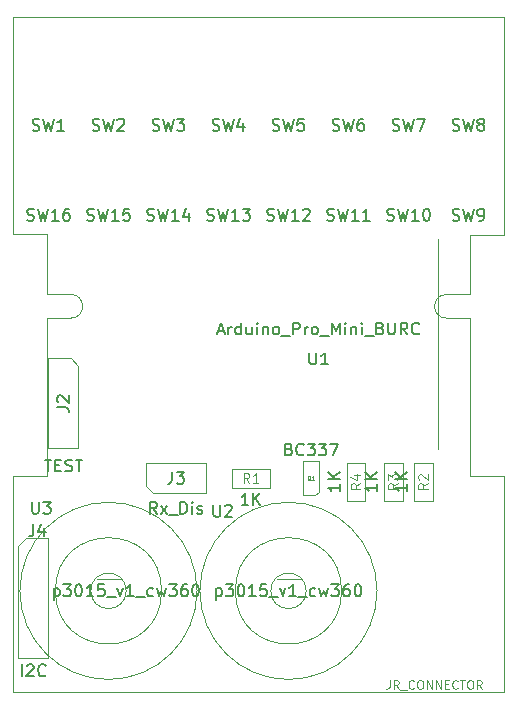
<source format=gbr>
%TF.GenerationSoftware,KiCad,Pcbnew,(6.0.7)*%
%TF.CreationDate,2022-08-14T18:42:22+02:00*%
%TF.ProjectId,BURC_Encoder_JRFormat,42555243-5f45-46e6-936f-6465725f4a52,v1.0*%
%TF.SameCoordinates,Original*%
%TF.FileFunction,AssemblyDrawing,Top*%
%FSLAX46Y46*%
G04 Gerber Fmt 4.6, Leading zero omitted, Abs format (unit mm)*
G04 Created by KiCad (PCBNEW (6.0.7)) date 2022-08-14 18:42:22*
%MOMM*%
%LPD*%
G01*
G04 APERTURE LIST*
%ADD10C,0.100000*%
%ADD11C,0.150000*%
%ADD12C,0.081280*%
%ADD13C,0.120000*%
%ADD14C,0.050000*%
G04 APERTURE END LIST*
D10*
X166500000Y-102000000D02*
X166500000Y-115400000D01*
X132700000Y-102000000D02*
X130700000Y-102000000D01*
X164500000Y-100000000D02*
G75*
G03*
X164500000Y-102000000I0J-1000000D01*
G01*
X166500000Y-95000000D02*
X169400000Y-95000000D01*
X169400000Y-133700000D02*
X169400000Y-115400000D01*
X127800000Y-76500000D02*
X127800000Y-94900000D01*
X132700000Y-102000000D02*
G75*
G03*
X132700000Y-100000000I0J1000000D01*
G01*
X169400000Y-95000000D02*
X169400000Y-76500000D01*
X130700000Y-94900000D02*
X127800000Y-94900000D01*
X130700000Y-115400000D02*
X127800000Y-115400000D01*
X130700000Y-100000000D02*
X130700000Y-94900000D01*
X130700000Y-115400000D02*
X130700000Y-102000000D01*
X166500000Y-102000000D02*
X164500000Y-102000000D01*
X169400000Y-76500000D02*
X127800000Y-76500000D01*
X169400000Y-115400000D02*
X166500000Y-115400000D01*
X166500000Y-100000000D02*
X164500000Y-100000000D01*
X166500000Y-95000000D02*
X166500000Y-100000000D01*
X132700000Y-100000000D02*
X130700000Y-100000000D01*
X127800000Y-133700000D02*
X169400000Y-133700000D01*
X127800000Y-115400000D02*
X127800000Y-133700000D01*
D11*
%TO.C,J4*%
X128563809Y-132322380D02*
X128563809Y-131322380D01*
X128992380Y-131417619D02*
X129040000Y-131370000D01*
X129135238Y-131322380D01*
X129373333Y-131322380D01*
X129468571Y-131370000D01*
X129516190Y-131417619D01*
X129563809Y-131512857D01*
X129563809Y-131608095D01*
X129516190Y-131750952D01*
X128944761Y-132322380D01*
X129563809Y-132322380D01*
X130563809Y-132227142D02*
X130516190Y-132274761D01*
X130373333Y-132322380D01*
X130278095Y-132322380D01*
X130135238Y-132274761D01*
X130040000Y-132179523D01*
X129992380Y-132084285D01*
X129944761Y-131893809D01*
X129944761Y-131750952D01*
X129992380Y-131560476D01*
X130040000Y-131465238D01*
X130135238Y-131370000D01*
X130278095Y-131322380D01*
X130373333Y-131322380D01*
X130516190Y-131370000D01*
X130563809Y-131417619D01*
X129524166Y-119467380D02*
X129524166Y-120181666D01*
X129476547Y-120324523D01*
X129381309Y-120419761D01*
X129238452Y-120467380D01*
X129143214Y-120467380D01*
X130428928Y-119800714D02*
X130428928Y-120467380D01*
X130190833Y-119419761D02*
X129952738Y-120134047D01*
X130571785Y-120134047D01*
%TO.C,SW12*%
X149320476Y-93709761D02*
X149463333Y-93757380D01*
X149701428Y-93757380D01*
X149796666Y-93709761D01*
X149844285Y-93662142D01*
X149891904Y-93566904D01*
X149891904Y-93471666D01*
X149844285Y-93376428D01*
X149796666Y-93328809D01*
X149701428Y-93281190D01*
X149510952Y-93233571D01*
X149415714Y-93185952D01*
X149368095Y-93138333D01*
X149320476Y-93043095D01*
X149320476Y-92947857D01*
X149368095Y-92852619D01*
X149415714Y-92805000D01*
X149510952Y-92757380D01*
X149749047Y-92757380D01*
X149891904Y-92805000D01*
X150225238Y-92757380D02*
X150463333Y-93757380D01*
X150653809Y-93043095D01*
X150844285Y-93757380D01*
X151082380Y-92757380D01*
X151987142Y-93757380D02*
X151415714Y-93757380D01*
X151701428Y-93757380D02*
X151701428Y-92757380D01*
X151606190Y-92900238D01*
X151510952Y-92995476D01*
X151415714Y-93043095D01*
X152368095Y-92852619D02*
X152415714Y-92805000D01*
X152510952Y-92757380D01*
X152749047Y-92757380D01*
X152844285Y-92805000D01*
X152891904Y-92852619D01*
X152939523Y-92947857D01*
X152939523Y-93043095D01*
X152891904Y-93185952D01*
X152320476Y-93757380D01*
X152939523Y-93757380D01*
%TO.C,U2*%
X145010952Y-124880714D02*
X145010952Y-125880714D01*
X145010952Y-124928333D02*
X145106190Y-124880714D01*
X145296666Y-124880714D01*
X145391904Y-124928333D01*
X145439523Y-124975952D01*
X145487142Y-125071190D01*
X145487142Y-125356904D01*
X145439523Y-125452142D01*
X145391904Y-125499761D01*
X145296666Y-125547380D01*
X145106190Y-125547380D01*
X145010952Y-125499761D01*
X145820476Y-124547380D02*
X146439523Y-124547380D01*
X146106190Y-124928333D01*
X146249047Y-124928333D01*
X146344285Y-124975952D01*
X146391904Y-125023571D01*
X146439523Y-125118809D01*
X146439523Y-125356904D01*
X146391904Y-125452142D01*
X146344285Y-125499761D01*
X146249047Y-125547380D01*
X145963333Y-125547380D01*
X145868095Y-125499761D01*
X145820476Y-125452142D01*
X147058571Y-124547380D02*
X147153809Y-124547380D01*
X147249047Y-124595000D01*
X147296666Y-124642619D01*
X147344285Y-124737857D01*
X147391904Y-124928333D01*
X147391904Y-125166428D01*
X147344285Y-125356904D01*
X147296666Y-125452142D01*
X147249047Y-125499761D01*
X147153809Y-125547380D01*
X147058571Y-125547380D01*
X146963333Y-125499761D01*
X146915714Y-125452142D01*
X146868095Y-125356904D01*
X146820476Y-125166428D01*
X146820476Y-124928333D01*
X146868095Y-124737857D01*
X146915714Y-124642619D01*
X146963333Y-124595000D01*
X147058571Y-124547380D01*
X148344285Y-125547380D02*
X147772857Y-125547380D01*
X148058571Y-125547380D02*
X148058571Y-124547380D01*
X147963333Y-124690238D01*
X147868095Y-124785476D01*
X147772857Y-124833095D01*
X149249047Y-124547380D02*
X148772857Y-124547380D01*
X148725238Y-125023571D01*
X148772857Y-124975952D01*
X148868095Y-124928333D01*
X149106190Y-124928333D01*
X149201428Y-124975952D01*
X149249047Y-125023571D01*
X149296666Y-125118809D01*
X149296666Y-125356904D01*
X149249047Y-125452142D01*
X149201428Y-125499761D01*
X149106190Y-125547380D01*
X148868095Y-125547380D01*
X148772857Y-125499761D01*
X148725238Y-125452142D01*
X149487142Y-125642619D02*
X150249047Y-125642619D01*
X150391904Y-124880714D02*
X150630000Y-125547380D01*
X150868095Y-124880714D01*
X151772857Y-125547380D02*
X151201428Y-125547380D01*
X151487142Y-125547380D02*
X151487142Y-124547380D01*
X151391904Y-124690238D01*
X151296666Y-124785476D01*
X151201428Y-124833095D01*
X151963333Y-125642619D02*
X152725238Y-125642619D01*
X153391904Y-125499761D02*
X153296666Y-125547380D01*
X153106190Y-125547380D01*
X153010952Y-125499761D01*
X152963333Y-125452142D01*
X152915714Y-125356904D01*
X152915714Y-125071190D01*
X152963333Y-124975952D01*
X153010952Y-124928333D01*
X153106190Y-124880714D01*
X153296666Y-124880714D01*
X153391904Y-124928333D01*
X153725238Y-124880714D02*
X153915714Y-125547380D01*
X154106190Y-125071190D01*
X154296666Y-125547380D01*
X154487142Y-124880714D01*
X154772857Y-124547380D02*
X155391904Y-124547380D01*
X155058571Y-124928333D01*
X155201428Y-124928333D01*
X155296666Y-124975952D01*
X155344285Y-125023571D01*
X155391904Y-125118809D01*
X155391904Y-125356904D01*
X155344285Y-125452142D01*
X155296666Y-125499761D01*
X155201428Y-125547380D01*
X154915714Y-125547380D01*
X154820476Y-125499761D01*
X154772857Y-125452142D01*
X156249047Y-124547380D02*
X156058571Y-124547380D01*
X155963333Y-124595000D01*
X155915714Y-124642619D01*
X155820476Y-124785476D01*
X155772857Y-124975952D01*
X155772857Y-125356904D01*
X155820476Y-125452142D01*
X155868095Y-125499761D01*
X155963333Y-125547380D01*
X156153809Y-125547380D01*
X156249047Y-125499761D01*
X156296666Y-125452142D01*
X156344285Y-125356904D01*
X156344285Y-125118809D01*
X156296666Y-125023571D01*
X156249047Y-124975952D01*
X156153809Y-124928333D01*
X155963333Y-124928333D01*
X155868095Y-124975952D01*
X155820476Y-125023571D01*
X155772857Y-125118809D01*
X156963333Y-124547380D02*
X157058571Y-124547380D01*
X157153809Y-124595000D01*
X157201428Y-124642619D01*
X157249047Y-124737857D01*
X157296666Y-124928333D01*
X157296666Y-125166428D01*
X157249047Y-125356904D01*
X157201428Y-125452142D01*
X157153809Y-125499761D01*
X157058571Y-125547380D01*
X156963333Y-125547380D01*
X156868095Y-125499761D01*
X156820476Y-125452142D01*
X156772857Y-125356904D01*
X156725238Y-125166428D01*
X156725238Y-124928333D01*
X156772857Y-124737857D01*
X156820476Y-124642619D01*
X156868095Y-124595000D01*
X156963333Y-124547380D01*
X144780095Y-117816380D02*
X144780095Y-118625904D01*
X144827714Y-118721142D01*
X144875333Y-118768761D01*
X144970571Y-118816380D01*
X145161047Y-118816380D01*
X145256285Y-118768761D01*
X145303904Y-118721142D01*
X145351523Y-118625904D01*
X145351523Y-117816380D01*
X145780095Y-117911619D02*
X145827714Y-117864000D01*
X145922952Y-117816380D01*
X146161047Y-117816380D01*
X146256285Y-117864000D01*
X146303904Y-117911619D01*
X146351523Y-118006857D01*
X146351523Y-118102095D01*
X146303904Y-118244952D01*
X145732476Y-118816380D01*
X146351523Y-118816380D01*
%TO.C,SW7*%
X159956666Y-86089761D02*
X160099523Y-86137380D01*
X160337619Y-86137380D01*
X160432857Y-86089761D01*
X160480476Y-86042142D01*
X160528095Y-85946904D01*
X160528095Y-85851666D01*
X160480476Y-85756428D01*
X160432857Y-85708809D01*
X160337619Y-85661190D01*
X160147142Y-85613571D01*
X160051904Y-85565952D01*
X160004285Y-85518333D01*
X159956666Y-85423095D01*
X159956666Y-85327857D01*
X160004285Y-85232619D01*
X160051904Y-85185000D01*
X160147142Y-85137380D01*
X160385238Y-85137380D01*
X160528095Y-85185000D01*
X160861428Y-85137380D02*
X161099523Y-86137380D01*
X161290000Y-85423095D01*
X161480476Y-86137380D01*
X161718571Y-85137380D01*
X162004285Y-85137380D02*
X162670952Y-85137380D01*
X162242380Y-86137380D01*
%TO.C,SW5*%
X149796666Y-86089761D02*
X149939523Y-86137380D01*
X150177619Y-86137380D01*
X150272857Y-86089761D01*
X150320476Y-86042142D01*
X150368095Y-85946904D01*
X150368095Y-85851666D01*
X150320476Y-85756428D01*
X150272857Y-85708809D01*
X150177619Y-85661190D01*
X149987142Y-85613571D01*
X149891904Y-85565952D01*
X149844285Y-85518333D01*
X149796666Y-85423095D01*
X149796666Y-85327857D01*
X149844285Y-85232619D01*
X149891904Y-85185000D01*
X149987142Y-85137380D01*
X150225238Y-85137380D01*
X150368095Y-85185000D01*
X150701428Y-85137380D02*
X150939523Y-86137380D01*
X151130000Y-85423095D01*
X151320476Y-86137380D01*
X151558571Y-85137380D01*
X152415714Y-85137380D02*
X151939523Y-85137380D01*
X151891904Y-85613571D01*
X151939523Y-85565952D01*
X152034761Y-85518333D01*
X152272857Y-85518333D01*
X152368095Y-85565952D01*
X152415714Y-85613571D01*
X152463333Y-85708809D01*
X152463333Y-85946904D01*
X152415714Y-86042142D01*
X152368095Y-86089761D01*
X152272857Y-86137380D01*
X152034761Y-86137380D01*
X151939523Y-86089761D01*
X151891904Y-86042142D01*
%TO.C,J2*%
X130484761Y-113982380D02*
X131056190Y-113982380D01*
X130770476Y-114982380D02*
X130770476Y-113982380D01*
X131389523Y-114458571D02*
X131722857Y-114458571D01*
X131865714Y-114982380D02*
X131389523Y-114982380D01*
X131389523Y-113982380D01*
X131865714Y-113982380D01*
X132246666Y-114934761D02*
X132389523Y-114982380D01*
X132627619Y-114982380D01*
X132722857Y-114934761D01*
X132770476Y-114887142D01*
X132818095Y-114791904D01*
X132818095Y-114696666D01*
X132770476Y-114601428D01*
X132722857Y-114553809D01*
X132627619Y-114506190D01*
X132437142Y-114458571D01*
X132341904Y-114410952D01*
X132294285Y-114363333D01*
X132246666Y-114268095D01*
X132246666Y-114172857D01*
X132294285Y-114077619D01*
X132341904Y-114030000D01*
X132437142Y-113982380D01*
X132675238Y-113982380D01*
X132818095Y-114030000D01*
X133103809Y-113982380D02*
X133675238Y-113982380D01*
X133389523Y-114982380D02*
X133389523Y-113982380D01*
X131532380Y-109553333D02*
X132246666Y-109553333D01*
X132389523Y-109600952D01*
X132484761Y-109696190D01*
X132532380Y-109839047D01*
X132532380Y-109934285D01*
X131627619Y-109124761D02*
X131580000Y-109077142D01*
X131532380Y-108981904D01*
X131532380Y-108743809D01*
X131580000Y-108648571D01*
X131627619Y-108600952D01*
X131722857Y-108553333D01*
X131818095Y-108553333D01*
X131960952Y-108600952D01*
X132532380Y-109172380D01*
X132532380Y-108553333D01*
D12*
%TO.C,J1*%
X159697730Y-132653177D02*
X159697730Y-133175692D01*
X159662895Y-133280194D01*
X159593227Y-133349863D01*
X159488724Y-133384697D01*
X159419055Y-133384697D01*
X160464084Y-133384697D02*
X160220244Y-133036354D01*
X160046073Y-133384697D02*
X160046073Y-132653177D01*
X160324747Y-132653177D01*
X160394415Y-132688012D01*
X160429250Y-132722846D01*
X160464084Y-132792514D01*
X160464084Y-132897017D01*
X160429250Y-132966686D01*
X160394415Y-133001520D01*
X160324747Y-133036354D01*
X160046073Y-133036354D01*
X160603421Y-133454366D02*
X161160770Y-133454366D01*
X161752953Y-133315029D02*
X161718118Y-133349863D01*
X161613615Y-133384697D01*
X161543947Y-133384697D01*
X161439444Y-133349863D01*
X161369775Y-133280194D01*
X161334941Y-133210526D01*
X161300107Y-133071189D01*
X161300107Y-132966686D01*
X161334941Y-132827349D01*
X161369775Y-132757680D01*
X161439444Y-132688012D01*
X161543947Y-132653177D01*
X161613615Y-132653177D01*
X161718118Y-132688012D01*
X161752953Y-132722846D01*
X162205798Y-132653177D02*
X162345135Y-132653177D01*
X162414804Y-132688012D01*
X162484473Y-132757680D01*
X162519307Y-132897017D01*
X162519307Y-133140857D01*
X162484473Y-133280194D01*
X162414804Y-133349863D01*
X162345135Y-133384697D01*
X162205798Y-133384697D01*
X162136130Y-133349863D01*
X162066461Y-133280194D01*
X162031627Y-133140857D01*
X162031627Y-132897017D01*
X162066461Y-132757680D01*
X162136130Y-132688012D01*
X162205798Y-132653177D01*
X162832815Y-133384697D02*
X162832815Y-132653177D01*
X163250827Y-133384697D01*
X163250827Y-132653177D01*
X163599170Y-133384697D02*
X163599170Y-132653177D01*
X164017181Y-133384697D01*
X164017181Y-132653177D01*
X164365524Y-133001520D02*
X164609364Y-133001520D01*
X164713867Y-133384697D02*
X164365524Y-133384697D01*
X164365524Y-132653177D01*
X164713867Y-132653177D01*
X165445387Y-133315029D02*
X165410553Y-133349863D01*
X165306050Y-133384697D01*
X165236381Y-133384697D01*
X165131878Y-133349863D01*
X165062210Y-133280194D01*
X165027375Y-133210526D01*
X164992541Y-133071189D01*
X164992541Y-132966686D01*
X165027375Y-132827349D01*
X165062210Y-132757680D01*
X165131878Y-132688012D01*
X165236381Y-132653177D01*
X165306050Y-132653177D01*
X165410553Y-132688012D01*
X165445387Y-132722846D01*
X165654393Y-132653177D02*
X166072404Y-132653177D01*
X165863398Y-133384697D02*
X165863398Y-132653177D01*
X166455581Y-132653177D02*
X166594918Y-132653177D01*
X166664587Y-132688012D01*
X166734255Y-132757680D01*
X166769090Y-132897017D01*
X166769090Y-133140857D01*
X166734255Y-133280194D01*
X166664587Y-133349863D01*
X166594918Y-133384697D01*
X166455581Y-133384697D01*
X166385913Y-133349863D01*
X166316244Y-133280194D01*
X166281410Y-133140857D01*
X166281410Y-132897017D01*
X166316244Y-132757680D01*
X166385913Y-132688012D01*
X166455581Y-132653177D01*
X167500610Y-133384697D02*
X167256770Y-133036354D01*
X167082598Y-133384697D02*
X167082598Y-132653177D01*
X167361273Y-132653177D01*
X167430941Y-132688012D01*
X167465775Y-132722846D01*
X167500610Y-132792514D01*
X167500610Y-132897017D01*
X167465775Y-132966686D01*
X167430941Y-133001520D01*
X167361273Y-133036354D01*
X167082598Y-133036354D01*
D11*
%TO.C,SW13*%
X144240476Y-93709761D02*
X144383333Y-93757380D01*
X144621428Y-93757380D01*
X144716666Y-93709761D01*
X144764285Y-93662142D01*
X144811904Y-93566904D01*
X144811904Y-93471666D01*
X144764285Y-93376428D01*
X144716666Y-93328809D01*
X144621428Y-93281190D01*
X144430952Y-93233571D01*
X144335714Y-93185952D01*
X144288095Y-93138333D01*
X144240476Y-93043095D01*
X144240476Y-92947857D01*
X144288095Y-92852619D01*
X144335714Y-92805000D01*
X144430952Y-92757380D01*
X144669047Y-92757380D01*
X144811904Y-92805000D01*
X145145238Y-92757380D02*
X145383333Y-93757380D01*
X145573809Y-93043095D01*
X145764285Y-93757380D01*
X146002380Y-92757380D01*
X146907142Y-93757380D02*
X146335714Y-93757380D01*
X146621428Y-93757380D02*
X146621428Y-92757380D01*
X146526190Y-92900238D01*
X146430952Y-92995476D01*
X146335714Y-93043095D01*
X147240476Y-92757380D02*
X147859523Y-92757380D01*
X147526190Y-93138333D01*
X147669047Y-93138333D01*
X147764285Y-93185952D01*
X147811904Y-93233571D01*
X147859523Y-93328809D01*
X147859523Y-93566904D01*
X147811904Y-93662142D01*
X147764285Y-93709761D01*
X147669047Y-93757380D01*
X147383333Y-93757380D01*
X147288095Y-93709761D01*
X147240476Y-93662142D01*
%TO.C,SW10*%
X159480476Y-93709761D02*
X159623333Y-93757380D01*
X159861428Y-93757380D01*
X159956666Y-93709761D01*
X160004285Y-93662142D01*
X160051904Y-93566904D01*
X160051904Y-93471666D01*
X160004285Y-93376428D01*
X159956666Y-93328809D01*
X159861428Y-93281190D01*
X159670952Y-93233571D01*
X159575714Y-93185952D01*
X159528095Y-93138333D01*
X159480476Y-93043095D01*
X159480476Y-92947857D01*
X159528095Y-92852619D01*
X159575714Y-92805000D01*
X159670952Y-92757380D01*
X159909047Y-92757380D01*
X160051904Y-92805000D01*
X160385238Y-92757380D02*
X160623333Y-93757380D01*
X160813809Y-93043095D01*
X161004285Y-93757380D01*
X161242380Y-92757380D01*
X162147142Y-93757380D02*
X161575714Y-93757380D01*
X161861428Y-93757380D02*
X161861428Y-92757380D01*
X161766190Y-92900238D01*
X161670952Y-92995476D01*
X161575714Y-93043095D01*
X162766190Y-92757380D02*
X162861428Y-92757380D01*
X162956666Y-92805000D01*
X163004285Y-92852619D01*
X163051904Y-92947857D01*
X163099523Y-93138333D01*
X163099523Y-93376428D01*
X163051904Y-93566904D01*
X163004285Y-93662142D01*
X162956666Y-93709761D01*
X162861428Y-93757380D01*
X162766190Y-93757380D01*
X162670952Y-93709761D01*
X162623333Y-93662142D01*
X162575714Y-93566904D01*
X162528095Y-93376428D01*
X162528095Y-93138333D01*
X162575714Y-92947857D01*
X162623333Y-92852619D01*
X162670952Y-92805000D01*
X162766190Y-92757380D01*
%TO.C,SW1*%
X129476666Y-86089761D02*
X129619523Y-86137380D01*
X129857619Y-86137380D01*
X129952857Y-86089761D01*
X130000476Y-86042142D01*
X130048095Y-85946904D01*
X130048095Y-85851666D01*
X130000476Y-85756428D01*
X129952857Y-85708809D01*
X129857619Y-85661190D01*
X129667142Y-85613571D01*
X129571904Y-85565952D01*
X129524285Y-85518333D01*
X129476666Y-85423095D01*
X129476666Y-85327857D01*
X129524285Y-85232619D01*
X129571904Y-85185000D01*
X129667142Y-85137380D01*
X129905238Y-85137380D01*
X130048095Y-85185000D01*
X130381428Y-85137380D02*
X130619523Y-86137380D01*
X130810000Y-85423095D01*
X131000476Y-86137380D01*
X131238571Y-85137380D01*
X132143333Y-86137380D02*
X131571904Y-86137380D01*
X131857619Y-86137380D02*
X131857619Y-85137380D01*
X131762380Y-85280238D01*
X131667142Y-85375476D01*
X131571904Y-85423095D01*
%TO.C,SW3*%
X139636666Y-86089761D02*
X139779523Y-86137380D01*
X140017619Y-86137380D01*
X140112857Y-86089761D01*
X140160476Y-86042142D01*
X140208095Y-85946904D01*
X140208095Y-85851666D01*
X140160476Y-85756428D01*
X140112857Y-85708809D01*
X140017619Y-85661190D01*
X139827142Y-85613571D01*
X139731904Y-85565952D01*
X139684285Y-85518333D01*
X139636666Y-85423095D01*
X139636666Y-85327857D01*
X139684285Y-85232619D01*
X139731904Y-85185000D01*
X139827142Y-85137380D01*
X140065238Y-85137380D01*
X140208095Y-85185000D01*
X140541428Y-85137380D02*
X140779523Y-86137380D01*
X140970000Y-85423095D01*
X141160476Y-86137380D01*
X141398571Y-85137380D01*
X141684285Y-85137380D02*
X142303333Y-85137380D01*
X141970000Y-85518333D01*
X142112857Y-85518333D01*
X142208095Y-85565952D01*
X142255714Y-85613571D01*
X142303333Y-85708809D01*
X142303333Y-85946904D01*
X142255714Y-86042142D01*
X142208095Y-86089761D01*
X142112857Y-86137380D01*
X141827142Y-86137380D01*
X141731904Y-86089761D01*
X141684285Y-86042142D01*
%TO.C,SW16*%
X129000476Y-93709761D02*
X129143333Y-93757380D01*
X129381428Y-93757380D01*
X129476666Y-93709761D01*
X129524285Y-93662142D01*
X129571904Y-93566904D01*
X129571904Y-93471666D01*
X129524285Y-93376428D01*
X129476666Y-93328809D01*
X129381428Y-93281190D01*
X129190952Y-93233571D01*
X129095714Y-93185952D01*
X129048095Y-93138333D01*
X129000476Y-93043095D01*
X129000476Y-92947857D01*
X129048095Y-92852619D01*
X129095714Y-92805000D01*
X129190952Y-92757380D01*
X129429047Y-92757380D01*
X129571904Y-92805000D01*
X129905238Y-92757380D02*
X130143333Y-93757380D01*
X130333809Y-93043095D01*
X130524285Y-93757380D01*
X130762380Y-92757380D01*
X131667142Y-93757380D02*
X131095714Y-93757380D01*
X131381428Y-93757380D02*
X131381428Y-92757380D01*
X131286190Y-92900238D01*
X131190952Y-92995476D01*
X131095714Y-93043095D01*
X132524285Y-92757380D02*
X132333809Y-92757380D01*
X132238571Y-92805000D01*
X132190952Y-92852619D01*
X132095714Y-92995476D01*
X132048095Y-93185952D01*
X132048095Y-93566904D01*
X132095714Y-93662142D01*
X132143333Y-93709761D01*
X132238571Y-93757380D01*
X132429047Y-93757380D01*
X132524285Y-93709761D01*
X132571904Y-93662142D01*
X132619523Y-93566904D01*
X132619523Y-93328809D01*
X132571904Y-93233571D01*
X132524285Y-93185952D01*
X132429047Y-93138333D01*
X132238571Y-93138333D01*
X132143333Y-93185952D01*
X132095714Y-93233571D01*
X132048095Y-93328809D01*
%TO.C,R4*%
X155477380Y-116064285D02*
X155477380Y-116635714D01*
X155477380Y-116350000D02*
X154477380Y-116350000D01*
X154620238Y-116445238D01*
X154715476Y-116540476D01*
X154763095Y-116635714D01*
X155477380Y-115635714D02*
X154477380Y-115635714D01*
X155477380Y-115064285D02*
X154905952Y-115492857D01*
X154477380Y-115064285D02*
X155048809Y-115635714D01*
D13*
X157206904Y-115983333D02*
X156825952Y-116250000D01*
X157206904Y-116440476D02*
X156406904Y-116440476D01*
X156406904Y-116135714D01*
X156445000Y-116059523D01*
X156483095Y-116021428D01*
X156559285Y-115983333D01*
X156673571Y-115983333D01*
X156749761Y-116021428D01*
X156787857Y-116059523D01*
X156825952Y-116135714D01*
X156825952Y-116440476D01*
X156673571Y-115297619D02*
X157206904Y-115297619D01*
X156368809Y-115488095D02*
X156940238Y-115678571D01*
X156940238Y-115183333D01*
D11*
%TO.C,R1*%
X147740714Y-117842380D02*
X147169285Y-117842380D01*
X147455000Y-117842380D02*
X147455000Y-116842380D01*
X147359761Y-116985238D01*
X147264523Y-117080476D01*
X147169285Y-117128095D01*
X148169285Y-117842380D02*
X148169285Y-116842380D01*
X148740714Y-117842380D02*
X148312142Y-117270952D01*
X148740714Y-116842380D02*
X148169285Y-117413809D01*
D13*
X147821666Y-115931904D02*
X147555000Y-115550952D01*
X147364523Y-115931904D02*
X147364523Y-115131904D01*
X147669285Y-115131904D01*
X147745476Y-115170000D01*
X147783571Y-115208095D01*
X147821666Y-115284285D01*
X147821666Y-115398571D01*
X147783571Y-115474761D01*
X147745476Y-115512857D01*
X147669285Y-115550952D01*
X147364523Y-115550952D01*
X148583571Y-115931904D02*
X148126428Y-115931904D01*
X148355000Y-115931904D02*
X148355000Y-115131904D01*
X148278809Y-115246190D01*
X148202619Y-115322380D01*
X148126428Y-115360476D01*
D11*
%TO.C,SW8*%
X165036666Y-86089761D02*
X165179523Y-86137380D01*
X165417619Y-86137380D01*
X165512857Y-86089761D01*
X165560476Y-86042142D01*
X165608095Y-85946904D01*
X165608095Y-85851666D01*
X165560476Y-85756428D01*
X165512857Y-85708809D01*
X165417619Y-85661190D01*
X165227142Y-85613571D01*
X165131904Y-85565952D01*
X165084285Y-85518333D01*
X165036666Y-85423095D01*
X165036666Y-85327857D01*
X165084285Y-85232619D01*
X165131904Y-85185000D01*
X165227142Y-85137380D01*
X165465238Y-85137380D01*
X165608095Y-85185000D01*
X165941428Y-85137380D02*
X166179523Y-86137380D01*
X166370000Y-85423095D01*
X166560476Y-86137380D01*
X166798571Y-85137380D01*
X167322380Y-85565952D02*
X167227142Y-85518333D01*
X167179523Y-85470714D01*
X167131904Y-85375476D01*
X167131904Y-85327857D01*
X167179523Y-85232619D01*
X167227142Y-85185000D01*
X167322380Y-85137380D01*
X167512857Y-85137380D01*
X167608095Y-85185000D01*
X167655714Y-85232619D01*
X167703333Y-85327857D01*
X167703333Y-85375476D01*
X167655714Y-85470714D01*
X167608095Y-85518333D01*
X167512857Y-85565952D01*
X167322380Y-85565952D01*
X167227142Y-85613571D01*
X167179523Y-85661190D01*
X167131904Y-85756428D01*
X167131904Y-85946904D01*
X167179523Y-86042142D01*
X167227142Y-86089761D01*
X167322380Y-86137380D01*
X167512857Y-86137380D01*
X167608095Y-86089761D01*
X167655714Y-86042142D01*
X167703333Y-85946904D01*
X167703333Y-85756428D01*
X167655714Y-85661190D01*
X167608095Y-85613571D01*
X167512857Y-85565952D01*
%TO.C,SW9*%
X165036666Y-93709761D02*
X165179523Y-93757380D01*
X165417619Y-93757380D01*
X165512857Y-93709761D01*
X165560476Y-93662142D01*
X165608095Y-93566904D01*
X165608095Y-93471666D01*
X165560476Y-93376428D01*
X165512857Y-93328809D01*
X165417619Y-93281190D01*
X165227142Y-93233571D01*
X165131904Y-93185952D01*
X165084285Y-93138333D01*
X165036666Y-93043095D01*
X165036666Y-92947857D01*
X165084285Y-92852619D01*
X165131904Y-92805000D01*
X165227142Y-92757380D01*
X165465238Y-92757380D01*
X165608095Y-92805000D01*
X165941428Y-92757380D02*
X166179523Y-93757380D01*
X166370000Y-93043095D01*
X166560476Y-93757380D01*
X166798571Y-92757380D01*
X167227142Y-93757380D02*
X167417619Y-93757380D01*
X167512857Y-93709761D01*
X167560476Y-93662142D01*
X167655714Y-93519285D01*
X167703333Y-93328809D01*
X167703333Y-92947857D01*
X167655714Y-92852619D01*
X167608095Y-92805000D01*
X167512857Y-92757380D01*
X167322380Y-92757380D01*
X167227142Y-92805000D01*
X167179523Y-92852619D01*
X167131904Y-92947857D01*
X167131904Y-93185952D01*
X167179523Y-93281190D01*
X167227142Y-93328809D01*
X167322380Y-93376428D01*
X167512857Y-93376428D01*
X167608095Y-93328809D01*
X167655714Y-93281190D01*
X167703333Y-93185952D01*
%TO.C,R3*%
X158652380Y-116064285D02*
X158652380Y-116635714D01*
X158652380Y-116350000D02*
X157652380Y-116350000D01*
X157795238Y-116445238D01*
X157890476Y-116540476D01*
X157938095Y-116635714D01*
X158652380Y-115635714D02*
X157652380Y-115635714D01*
X158652380Y-115064285D02*
X158080952Y-115492857D01*
X157652380Y-115064285D02*
X158223809Y-115635714D01*
D13*
X160381904Y-115983333D02*
X160000952Y-116250000D01*
X160381904Y-116440476D02*
X159581904Y-116440476D01*
X159581904Y-116135714D01*
X159620000Y-116059523D01*
X159658095Y-116021428D01*
X159734285Y-115983333D01*
X159848571Y-115983333D01*
X159924761Y-116021428D01*
X159962857Y-116059523D01*
X160000952Y-116135714D01*
X160000952Y-116440476D01*
X159581904Y-115716666D02*
X159581904Y-115221428D01*
X159886666Y-115488095D01*
X159886666Y-115373809D01*
X159924761Y-115297619D01*
X159962857Y-115259523D01*
X160039047Y-115221428D01*
X160229523Y-115221428D01*
X160305714Y-115259523D01*
X160343809Y-115297619D01*
X160381904Y-115373809D01*
X160381904Y-115602380D01*
X160343809Y-115678571D01*
X160305714Y-115716666D01*
D11*
%TO.C,SW2*%
X134556666Y-86089761D02*
X134699523Y-86137380D01*
X134937619Y-86137380D01*
X135032857Y-86089761D01*
X135080476Y-86042142D01*
X135128095Y-85946904D01*
X135128095Y-85851666D01*
X135080476Y-85756428D01*
X135032857Y-85708809D01*
X134937619Y-85661190D01*
X134747142Y-85613571D01*
X134651904Y-85565952D01*
X134604285Y-85518333D01*
X134556666Y-85423095D01*
X134556666Y-85327857D01*
X134604285Y-85232619D01*
X134651904Y-85185000D01*
X134747142Y-85137380D01*
X134985238Y-85137380D01*
X135128095Y-85185000D01*
X135461428Y-85137380D02*
X135699523Y-86137380D01*
X135890000Y-85423095D01*
X136080476Y-86137380D01*
X136318571Y-85137380D01*
X136651904Y-85232619D02*
X136699523Y-85185000D01*
X136794761Y-85137380D01*
X137032857Y-85137380D01*
X137128095Y-85185000D01*
X137175714Y-85232619D01*
X137223333Y-85327857D01*
X137223333Y-85423095D01*
X137175714Y-85565952D01*
X136604285Y-86137380D01*
X137223333Y-86137380D01*
%TO.C,U3*%
X131270952Y-124880714D02*
X131270952Y-125880714D01*
X131270952Y-124928333D02*
X131366190Y-124880714D01*
X131556666Y-124880714D01*
X131651904Y-124928333D01*
X131699523Y-124975952D01*
X131747142Y-125071190D01*
X131747142Y-125356904D01*
X131699523Y-125452142D01*
X131651904Y-125499761D01*
X131556666Y-125547380D01*
X131366190Y-125547380D01*
X131270952Y-125499761D01*
X132080476Y-124547380D02*
X132699523Y-124547380D01*
X132366190Y-124928333D01*
X132509047Y-124928333D01*
X132604285Y-124975952D01*
X132651904Y-125023571D01*
X132699523Y-125118809D01*
X132699523Y-125356904D01*
X132651904Y-125452142D01*
X132604285Y-125499761D01*
X132509047Y-125547380D01*
X132223333Y-125547380D01*
X132128095Y-125499761D01*
X132080476Y-125452142D01*
X133318571Y-124547380D02*
X133413809Y-124547380D01*
X133509047Y-124595000D01*
X133556666Y-124642619D01*
X133604285Y-124737857D01*
X133651904Y-124928333D01*
X133651904Y-125166428D01*
X133604285Y-125356904D01*
X133556666Y-125452142D01*
X133509047Y-125499761D01*
X133413809Y-125547380D01*
X133318571Y-125547380D01*
X133223333Y-125499761D01*
X133175714Y-125452142D01*
X133128095Y-125356904D01*
X133080476Y-125166428D01*
X133080476Y-124928333D01*
X133128095Y-124737857D01*
X133175714Y-124642619D01*
X133223333Y-124595000D01*
X133318571Y-124547380D01*
X134604285Y-125547380D02*
X134032857Y-125547380D01*
X134318571Y-125547380D02*
X134318571Y-124547380D01*
X134223333Y-124690238D01*
X134128095Y-124785476D01*
X134032857Y-124833095D01*
X135509047Y-124547380D02*
X135032857Y-124547380D01*
X134985238Y-125023571D01*
X135032857Y-124975952D01*
X135128095Y-124928333D01*
X135366190Y-124928333D01*
X135461428Y-124975952D01*
X135509047Y-125023571D01*
X135556666Y-125118809D01*
X135556666Y-125356904D01*
X135509047Y-125452142D01*
X135461428Y-125499761D01*
X135366190Y-125547380D01*
X135128095Y-125547380D01*
X135032857Y-125499761D01*
X134985238Y-125452142D01*
X135747142Y-125642619D02*
X136509047Y-125642619D01*
X136651904Y-124880714D02*
X136890000Y-125547380D01*
X137128095Y-124880714D01*
X138032857Y-125547380D02*
X137461428Y-125547380D01*
X137747142Y-125547380D02*
X137747142Y-124547380D01*
X137651904Y-124690238D01*
X137556666Y-124785476D01*
X137461428Y-124833095D01*
X138223333Y-125642619D02*
X138985238Y-125642619D01*
X139651904Y-125499761D02*
X139556666Y-125547380D01*
X139366190Y-125547380D01*
X139270952Y-125499761D01*
X139223333Y-125452142D01*
X139175714Y-125356904D01*
X139175714Y-125071190D01*
X139223333Y-124975952D01*
X139270952Y-124928333D01*
X139366190Y-124880714D01*
X139556666Y-124880714D01*
X139651904Y-124928333D01*
X139985238Y-124880714D02*
X140175714Y-125547380D01*
X140366190Y-125071190D01*
X140556666Y-125547380D01*
X140747142Y-124880714D01*
X141032857Y-124547380D02*
X141651904Y-124547380D01*
X141318571Y-124928333D01*
X141461428Y-124928333D01*
X141556666Y-124975952D01*
X141604285Y-125023571D01*
X141651904Y-125118809D01*
X141651904Y-125356904D01*
X141604285Y-125452142D01*
X141556666Y-125499761D01*
X141461428Y-125547380D01*
X141175714Y-125547380D01*
X141080476Y-125499761D01*
X141032857Y-125452142D01*
X142509047Y-124547380D02*
X142318571Y-124547380D01*
X142223333Y-124595000D01*
X142175714Y-124642619D01*
X142080476Y-124785476D01*
X142032857Y-124975952D01*
X142032857Y-125356904D01*
X142080476Y-125452142D01*
X142128095Y-125499761D01*
X142223333Y-125547380D01*
X142413809Y-125547380D01*
X142509047Y-125499761D01*
X142556666Y-125452142D01*
X142604285Y-125356904D01*
X142604285Y-125118809D01*
X142556666Y-125023571D01*
X142509047Y-124975952D01*
X142413809Y-124928333D01*
X142223333Y-124928333D01*
X142128095Y-124975952D01*
X142080476Y-125023571D01*
X142032857Y-125118809D01*
X143223333Y-124547380D02*
X143318571Y-124547380D01*
X143413809Y-124595000D01*
X143461428Y-124642619D01*
X143509047Y-124737857D01*
X143556666Y-124928333D01*
X143556666Y-125166428D01*
X143509047Y-125356904D01*
X143461428Y-125452142D01*
X143413809Y-125499761D01*
X143318571Y-125547380D01*
X143223333Y-125547380D01*
X143128095Y-125499761D01*
X143080476Y-125452142D01*
X143032857Y-125356904D01*
X142985238Y-125166428D01*
X142985238Y-124928333D01*
X143032857Y-124737857D01*
X143080476Y-124642619D01*
X143128095Y-124595000D01*
X143223333Y-124547380D01*
X129413095Y-117562380D02*
X129413095Y-118371904D01*
X129460714Y-118467142D01*
X129508333Y-118514761D01*
X129603571Y-118562380D01*
X129794047Y-118562380D01*
X129889285Y-118514761D01*
X129936904Y-118467142D01*
X129984523Y-118371904D01*
X129984523Y-117562380D01*
X130365476Y-117562380D02*
X130984523Y-117562380D01*
X130651190Y-117943333D01*
X130794047Y-117943333D01*
X130889285Y-117990952D01*
X130936904Y-118038571D01*
X130984523Y-118133809D01*
X130984523Y-118371904D01*
X130936904Y-118467142D01*
X130889285Y-118514761D01*
X130794047Y-118562380D01*
X130508333Y-118562380D01*
X130413095Y-118514761D01*
X130365476Y-118467142D01*
%TO.C,SW4*%
X144716666Y-86089761D02*
X144859523Y-86137380D01*
X145097619Y-86137380D01*
X145192857Y-86089761D01*
X145240476Y-86042142D01*
X145288095Y-85946904D01*
X145288095Y-85851666D01*
X145240476Y-85756428D01*
X145192857Y-85708809D01*
X145097619Y-85661190D01*
X144907142Y-85613571D01*
X144811904Y-85565952D01*
X144764285Y-85518333D01*
X144716666Y-85423095D01*
X144716666Y-85327857D01*
X144764285Y-85232619D01*
X144811904Y-85185000D01*
X144907142Y-85137380D01*
X145145238Y-85137380D01*
X145288095Y-85185000D01*
X145621428Y-85137380D02*
X145859523Y-86137380D01*
X146050000Y-85423095D01*
X146240476Y-86137380D01*
X146478571Y-85137380D01*
X147288095Y-85470714D02*
X147288095Y-86137380D01*
X147050000Y-85089761D02*
X146811904Y-85804047D01*
X147430952Y-85804047D01*
%TO.C,U1*%
X145146190Y-103101666D02*
X145622380Y-103101666D01*
X145050952Y-103387380D02*
X145384285Y-102387380D01*
X145717619Y-103387380D01*
X146050952Y-103387380D02*
X146050952Y-102720714D01*
X146050952Y-102911190D02*
X146098571Y-102815952D01*
X146146190Y-102768333D01*
X146241428Y-102720714D01*
X146336666Y-102720714D01*
X147098571Y-103387380D02*
X147098571Y-102387380D01*
X147098571Y-103339761D02*
X147003333Y-103387380D01*
X146812857Y-103387380D01*
X146717619Y-103339761D01*
X146670000Y-103292142D01*
X146622380Y-103196904D01*
X146622380Y-102911190D01*
X146670000Y-102815952D01*
X146717619Y-102768333D01*
X146812857Y-102720714D01*
X147003333Y-102720714D01*
X147098571Y-102768333D01*
X148003333Y-102720714D02*
X148003333Y-103387380D01*
X147574761Y-102720714D02*
X147574761Y-103244523D01*
X147622380Y-103339761D01*
X147717619Y-103387380D01*
X147860476Y-103387380D01*
X147955714Y-103339761D01*
X148003333Y-103292142D01*
X148479523Y-103387380D02*
X148479523Y-102720714D01*
X148479523Y-102387380D02*
X148431904Y-102435000D01*
X148479523Y-102482619D01*
X148527142Y-102435000D01*
X148479523Y-102387380D01*
X148479523Y-102482619D01*
X148955714Y-102720714D02*
X148955714Y-103387380D01*
X148955714Y-102815952D02*
X149003333Y-102768333D01*
X149098571Y-102720714D01*
X149241428Y-102720714D01*
X149336666Y-102768333D01*
X149384285Y-102863571D01*
X149384285Y-103387380D01*
X150003333Y-103387380D02*
X149908095Y-103339761D01*
X149860476Y-103292142D01*
X149812857Y-103196904D01*
X149812857Y-102911190D01*
X149860476Y-102815952D01*
X149908095Y-102768333D01*
X150003333Y-102720714D01*
X150146190Y-102720714D01*
X150241428Y-102768333D01*
X150289047Y-102815952D01*
X150336666Y-102911190D01*
X150336666Y-103196904D01*
X150289047Y-103292142D01*
X150241428Y-103339761D01*
X150146190Y-103387380D01*
X150003333Y-103387380D01*
X150527142Y-103482619D02*
X151289047Y-103482619D01*
X151527142Y-103387380D02*
X151527142Y-102387380D01*
X151908095Y-102387380D01*
X152003333Y-102435000D01*
X152050952Y-102482619D01*
X152098571Y-102577857D01*
X152098571Y-102720714D01*
X152050952Y-102815952D01*
X152003333Y-102863571D01*
X151908095Y-102911190D01*
X151527142Y-102911190D01*
X152527142Y-103387380D02*
X152527142Y-102720714D01*
X152527142Y-102911190D02*
X152574761Y-102815952D01*
X152622380Y-102768333D01*
X152717619Y-102720714D01*
X152812857Y-102720714D01*
X153289047Y-103387380D02*
X153193809Y-103339761D01*
X153146190Y-103292142D01*
X153098571Y-103196904D01*
X153098571Y-102911190D01*
X153146190Y-102815952D01*
X153193809Y-102768333D01*
X153289047Y-102720714D01*
X153431904Y-102720714D01*
X153527142Y-102768333D01*
X153574761Y-102815952D01*
X153622380Y-102911190D01*
X153622380Y-103196904D01*
X153574761Y-103292142D01*
X153527142Y-103339761D01*
X153431904Y-103387380D01*
X153289047Y-103387380D01*
X153812857Y-103482619D02*
X154574761Y-103482619D01*
X154812857Y-103387380D02*
X154812857Y-102387380D01*
X155146190Y-103101666D01*
X155479523Y-102387380D01*
X155479523Y-103387380D01*
X155955714Y-103387380D02*
X155955714Y-102720714D01*
X155955714Y-102387380D02*
X155908095Y-102435000D01*
X155955714Y-102482619D01*
X156003333Y-102435000D01*
X155955714Y-102387380D01*
X155955714Y-102482619D01*
X156431904Y-102720714D02*
X156431904Y-103387380D01*
X156431904Y-102815952D02*
X156479523Y-102768333D01*
X156574761Y-102720714D01*
X156717619Y-102720714D01*
X156812857Y-102768333D01*
X156860476Y-102863571D01*
X156860476Y-103387380D01*
X157336666Y-103387380D02*
X157336666Y-102720714D01*
X157336666Y-102387380D02*
X157289047Y-102435000D01*
X157336666Y-102482619D01*
X157384285Y-102435000D01*
X157336666Y-102387380D01*
X157336666Y-102482619D01*
X157574761Y-103482619D02*
X158336666Y-103482619D01*
X158908095Y-102863571D02*
X159050952Y-102911190D01*
X159098571Y-102958809D01*
X159146190Y-103054047D01*
X159146190Y-103196904D01*
X159098571Y-103292142D01*
X159050952Y-103339761D01*
X158955714Y-103387380D01*
X158574761Y-103387380D01*
X158574761Y-102387380D01*
X158908095Y-102387380D01*
X159003333Y-102435000D01*
X159050952Y-102482619D01*
X159098571Y-102577857D01*
X159098571Y-102673095D01*
X159050952Y-102768333D01*
X159003333Y-102815952D01*
X158908095Y-102863571D01*
X158574761Y-102863571D01*
X159574761Y-102387380D02*
X159574761Y-103196904D01*
X159622380Y-103292142D01*
X159670000Y-103339761D01*
X159765238Y-103387380D01*
X159955714Y-103387380D01*
X160050952Y-103339761D01*
X160098571Y-103292142D01*
X160146190Y-103196904D01*
X160146190Y-102387380D01*
X161193809Y-103387380D02*
X160860476Y-102911190D01*
X160622380Y-103387380D02*
X160622380Y-102387380D01*
X161003333Y-102387380D01*
X161098571Y-102435000D01*
X161146190Y-102482619D01*
X161193809Y-102577857D01*
X161193809Y-102720714D01*
X161146190Y-102815952D01*
X161098571Y-102863571D01*
X161003333Y-102911190D01*
X160622380Y-102911190D01*
X162193809Y-103292142D02*
X162146190Y-103339761D01*
X162003333Y-103387380D01*
X161908095Y-103387380D01*
X161765238Y-103339761D01*
X161670000Y-103244523D01*
X161622380Y-103149285D01*
X161574761Y-102958809D01*
X161574761Y-102815952D01*
X161622380Y-102625476D01*
X161670000Y-102530238D01*
X161765238Y-102435000D01*
X161908095Y-102387380D01*
X162003333Y-102387380D01*
X162146190Y-102435000D01*
X162193809Y-102482619D01*
X152908095Y-104927380D02*
X152908095Y-105736904D01*
X152955714Y-105832142D01*
X153003333Y-105879761D01*
X153098571Y-105927380D01*
X153289047Y-105927380D01*
X153384285Y-105879761D01*
X153431904Y-105832142D01*
X153479523Y-105736904D01*
X153479523Y-104927380D01*
X154479523Y-105927380D02*
X153908095Y-105927380D01*
X154193809Y-105927380D02*
X154193809Y-104927380D01*
X154098571Y-105070238D01*
X154003333Y-105165476D01*
X153908095Y-105213095D01*
%TO.C,SW15*%
X134080476Y-93709761D02*
X134223333Y-93757380D01*
X134461428Y-93757380D01*
X134556666Y-93709761D01*
X134604285Y-93662142D01*
X134651904Y-93566904D01*
X134651904Y-93471666D01*
X134604285Y-93376428D01*
X134556666Y-93328809D01*
X134461428Y-93281190D01*
X134270952Y-93233571D01*
X134175714Y-93185952D01*
X134128095Y-93138333D01*
X134080476Y-93043095D01*
X134080476Y-92947857D01*
X134128095Y-92852619D01*
X134175714Y-92805000D01*
X134270952Y-92757380D01*
X134509047Y-92757380D01*
X134651904Y-92805000D01*
X134985238Y-92757380D02*
X135223333Y-93757380D01*
X135413809Y-93043095D01*
X135604285Y-93757380D01*
X135842380Y-92757380D01*
X136747142Y-93757380D02*
X136175714Y-93757380D01*
X136461428Y-93757380D02*
X136461428Y-92757380D01*
X136366190Y-92900238D01*
X136270952Y-92995476D01*
X136175714Y-93043095D01*
X137651904Y-92757380D02*
X137175714Y-92757380D01*
X137128095Y-93233571D01*
X137175714Y-93185952D01*
X137270952Y-93138333D01*
X137509047Y-93138333D01*
X137604285Y-93185952D01*
X137651904Y-93233571D01*
X137699523Y-93328809D01*
X137699523Y-93566904D01*
X137651904Y-93662142D01*
X137604285Y-93709761D01*
X137509047Y-93757380D01*
X137270952Y-93757380D01*
X137175714Y-93709761D01*
X137128095Y-93662142D01*
%TO.C,R2*%
X161192380Y-116064285D02*
X161192380Y-116635714D01*
X161192380Y-116350000D02*
X160192380Y-116350000D01*
X160335238Y-116445238D01*
X160430476Y-116540476D01*
X160478095Y-116635714D01*
X161192380Y-115635714D02*
X160192380Y-115635714D01*
X161192380Y-115064285D02*
X160620952Y-115492857D01*
X160192380Y-115064285D02*
X160763809Y-115635714D01*
D13*
X162921904Y-115983333D02*
X162540952Y-116250000D01*
X162921904Y-116440476D02*
X162121904Y-116440476D01*
X162121904Y-116135714D01*
X162160000Y-116059523D01*
X162198095Y-116021428D01*
X162274285Y-115983333D01*
X162388571Y-115983333D01*
X162464761Y-116021428D01*
X162502857Y-116059523D01*
X162540952Y-116135714D01*
X162540952Y-116440476D01*
X162198095Y-115678571D02*
X162160000Y-115640476D01*
X162121904Y-115564285D01*
X162121904Y-115373809D01*
X162160000Y-115297619D01*
X162198095Y-115259523D01*
X162274285Y-115221428D01*
X162350476Y-115221428D01*
X162464761Y-115259523D01*
X162921904Y-115716666D01*
X162921904Y-115221428D01*
D11*
%TO.C,SW6*%
X154876666Y-86089761D02*
X155019523Y-86137380D01*
X155257619Y-86137380D01*
X155352857Y-86089761D01*
X155400476Y-86042142D01*
X155448095Y-85946904D01*
X155448095Y-85851666D01*
X155400476Y-85756428D01*
X155352857Y-85708809D01*
X155257619Y-85661190D01*
X155067142Y-85613571D01*
X154971904Y-85565952D01*
X154924285Y-85518333D01*
X154876666Y-85423095D01*
X154876666Y-85327857D01*
X154924285Y-85232619D01*
X154971904Y-85185000D01*
X155067142Y-85137380D01*
X155305238Y-85137380D01*
X155448095Y-85185000D01*
X155781428Y-85137380D02*
X156019523Y-86137380D01*
X156210000Y-85423095D01*
X156400476Y-86137380D01*
X156638571Y-85137380D01*
X157448095Y-85137380D02*
X157257619Y-85137380D01*
X157162380Y-85185000D01*
X157114761Y-85232619D01*
X157019523Y-85375476D01*
X156971904Y-85565952D01*
X156971904Y-85946904D01*
X157019523Y-86042142D01*
X157067142Y-86089761D01*
X157162380Y-86137380D01*
X157352857Y-86137380D01*
X157448095Y-86089761D01*
X157495714Y-86042142D01*
X157543333Y-85946904D01*
X157543333Y-85708809D01*
X157495714Y-85613571D01*
X157448095Y-85565952D01*
X157352857Y-85518333D01*
X157162380Y-85518333D01*
X157067142Y-85565952D01*
X157019523Y-85613571D01*
X156971904Y-85708809D01*
%TO.C,SW14*%
X139160476Y-93709761D02*
X139303333Y-93757380D01*
X139541428Y-93757380D01*
X139636666Y-93709761D01*
X139684285Y-93662142D01*
X139731904Y-93566904D01*
X139731904Y-93471666D01*
X139684285Y-93376428D01*
X139636666Y-93328809D01*
X139541428Y-93281190D01*
X139350952Y-93233571D01*
X139255714Y-93185952D01*
X139208095Y-93138333D01*
X139160476Y-93043095D01*
X139160476Y-92947857D01*
X139208095Y-92852619D01*
X139255714Y-92805000D01*
X139350952Y-92757380D01*
X139589047Y-92757380D01*
X139731904Y-92805000D01*
X140065238Y-92757380D02*
X140303333Y-93757380D01*
X140493809Y-93043095D01*
X140684285Y-93757380D01*
X140922380Y-92757380D01*
X141827142Y-93757380D02*
X141255714Y-93757380D01*
X141541428Y-93757380D02*
X141541428Y-92757380D01*
X141446190Y-92900238D01*
X141350952Y-92995476D01*
X141255714Y-93043095D01*
X142684285Y-93090714D02*
X142684285Y-93757380D01*
X142446190Y-92709761D02*
X142208095Y-93424047D01*
X142827142Y-93424047D01*
%TO.C,J3*%
X139985952Y-118562380D02*
X139652619Y-118086190D01*
X139414523Y-118562380D02*
X139414523Y-117562380D01*
X139795476Y-117562380D01*
X139890714Y-117610000D01*
X139938333Y-117657619D01*
X139985952Y-117752857D01*
X139985952Y-117895714D01*
X139938333Y-117990952D01*
X139890714Y-118038571D01*
X139795476Y-118086190D01*
X139414523Y-118086190D01*
X140319285Y-118562380D02*
X140843095Y-117895714D01*
X140319285Y-117895714D02*
X140843095Y-118562380D01*
X140985952Y-118657619D02*
X141747857Y-118657619D01*
X141985952Y-118562380D02*
X141985952Y-117562380D01*
X142224047Y-117562380D01*
X142366904Y-117610000D01*
X142462142Y-117705238D01*
X142509761Y-117800476D01*
X142557380Y-117990952D01*
X142557380Y-118133809D01*
X142509761Y-118324285D01*
X142462142Y-118419523D01*
X142366904Y-118514761D01*
X142224047Y-118562380D01*
X141985952Y-118562380D01*
X142985952Y-118562380D02*
X142985952Y-117895714D01*
X142985952Y-117562380D02*
X142938333Y-117610000D01*
X142985952Y-117657619D01*
X143033571Y-117610000D01*
X142985952Y-117562380D01*
X142985952Y-117657619D01*
X143414523Y-118514761D02*
X143509761Y-118562380D01*
X143700238Y-118562380D01*
X143795476Y-118514761D01*
X143843095Y-118419523D01*
X143843095Y-118371904D01*
X143795476Y-118276666D01*
X143700238Y-118229047D01*
X143557380Y-118229047D01*
X143462142Y-118181428D01*
X143414523Y-118086190D01*
X143414523Y-118038571D01*
X143462142Y-117943333D01*
X143557380Y-117895714D01*
X143700238Y-117895714D01*
X143795476Y-117943333D01*
X141271666Y-115022380D02*
X141271666Y-115736666D01*
X141224047Y-115879523D01*
X141128809Y-115974761D01*
X140985952Y-116022380D01*
X140890714Y-116022380D01*
X141652619Y-115022380D02*
X142271666Y-115022380D01*
X141938333Y-115403333D01*
X142081190Y-115403333D01*
X142176428Y-115450952D01*
X142224047Y-115498571D01*
X142271666Y-115593809D01*
X142271666Y-115831904D01*
X142224047Y-115927142D01*
X142176428Y-115974761D01*
X142081190Y-116022380D01*
X141795476Y-116022380D01*
X141700238Y-115974761D01*
X141652619Y-115927142D01*
%TO.C,Q1*%
X151177857Y-113098571D02*
X151320714Y-113146190D01*
X151368333Y-113193809D01*
X151415952Y-113289047D01*
X151415952Y-113431904D01*
X151368333Y-113527142D01*
X151320714Y-113574761D01*
X151225476Y-113622380D01*
X150844523Y-113622380D01*
X150844523Y-112622380D01*
X151177857Y-112622380D01*
X151273095Y-112670000D01*
X151320714Y-112717619D01*
X151368333Y-112812857D01*
X151368333Y-112908095D01*
X151320714Y-113003333D01*
X151273095Y-113050952D01*
X151177857Y-113098571D01*
X150844523Y-113098571D01*
X152415952Y-113527142D02*
X152368333Y-113574761D01*
X152225476Y-113622380D01*
X152130238Y-113622380D01*
X151987380Y-113574761D01*
X151892142Y-113479523D01*
X151844523Y-113384285D01*
X151796904Y-113193809D01*
X151796904Y-113050952D01*
X151844523Y-112860476D01*
X151892142Y-112765238D01*
X151987380Y-112670000D01*
X152130238Y-112622380D01*
X152225476Y-112622380D01*
X152368333Y-112670000D01*
X152415952Y-112717619D01*
X152749285Y-112622380D02*
X153368333Y-112622380D01*
X153035000Y-113003333D01*
X153177857Y-113003333D01*
X153273095Y-113050952D01*
X153320714Y-113098571D01*
X153368333Y-113193809D01*
X153368333Y-113431904D01*
X153320714Y-113527142D01*
X153273095Y-113574761D01*
X153177857Y-113622380D01*
X152892142Y-113622380D01*
X152796904Y-113574761D01*
X152749285Y-113527142D01*
X153701666Y-112622380D02*
X154320714Y-112622380D01*
X153987380Y-113003333D01*
X154130238Y-113003333D01*
X154225476Y-113050952D01*
X154273095Y-113098571D01*
X154320714Y-113193809D01*
X154320714Y-113431904D01*
X154273095Y-113527142D01*
X154225476Y-113574761D01*
X154130238Y-113622380D01*
X153844523Y-113622380D01*
X153749285Y-113574761D01*
X153701666Y-113527142D01*
X154654047Y-112622380D02*
X155320714Y-112622380D01*
X154892142Y-113622380D01*
D14*
X153004523Y-115745238D02*
X152974047Y-115730000D01*
X152943571Y-115699523D01*
X152897857Y-115653809D01*
X152867380Y-115638571D01*
X152836904Y-115638571D01*
X152852142Y-115714761D02*
X152821666Y-115699523D01*
X152791190Y-115669047D01*
X152775952Y-115608095D01*
X152775952Y-115501428D01*
X152791190Y-115440476D01*
X152821666Y-115410000D01*
X152852142Y-115394761D01*
X152913095Y-115394761D01*
X152943571Y-115410000D01*
X152974047Y-115440476D01*
X152989285Y-115501428D01*
X152989285Y-115608095D01*
X152974047Y-115669047D01*
X152943571Y-115699523D01*
X152913095Y-115714761D01*
X152852142Y-115714761D01*
X153294047Y-115714761D02*
X153111190Y-115714761D01*
X153202619Y-115714761D02*
X153202619Y-115394761D01*
X153172142Y-115440476D01*
X153141666Y-115470952D01*
X153111190Y-115486190D01*
D11*
%TO.C,SW11*%
X154400476Y-93709761D02*
X154543333Y-93757380D01*
X154781428Y-93757380D01*
X154876666Y-93709761D01*
X154924285Y-93662142D01*
X154971904Y-93566904D01*
X154971904Y-93471666D01*
X154924285Y-93376428D01*
X154876666Y-93328809D01*
X154781428Y-93281190D01*
X154590952Y-93233571D01*
X154495714Y-93185952D01*
X154448095Y-93138333D01*
X154400476Y-93043095D01*
X154400476Y-92947857D01*
X154448095Y-92852619D01*
X154495714Y-92805000D01*
X154590952Y-92757380D01*
X154829047Y-92757380D01*
X154971904Y-92805000D01*
X155305238Y-92757380D02*
X155543333Y-93757380D01*
X155733809Y-93043095D01*
X155924285Y-93757380D01*
X156162380Y-92757380D01*
X157067142Y-93757380D02*
X156495714Y-93757380D01*
X156781428Y-93757380D02*
X156781428Y-92757380D01*
X156686190Y-92900238D01*
X156590952Y-92995476D01*
X156495714Y-93043095D01*
X158019523Y-93757380D02*
X157448095Y-93757380D01*
X157733809Y-93757380D02*
X157733809Y-92757380D01*
X157638571Y-92900238D01*
X157543333Y-92995476D01*
X157448095Y-93043095D01*
D10*
%TO.C,J4*%
X128270000Y-130810000D02*
X128270000Y-121285000D01*
X128905000Y-120650000D02*
X130810000Y-120650000D01*
X130810000Y-120650000D02*
X130810000Y-130810000D01*
X130810000Y-130810000D02*
X128270000Y-130810000D01*
X128270000Y-121285000D02*
X128905000Y-120650000D01*
%TO.C,U2*%
X150130000Y-124095000D02*
X152130000Y-124095000D01*
X152630000Y-125095000D02*
G75*
G03*
X152630000Y-125095000I-1500000J0D01*
G01*
X155630000Y-125095000D02*
G75*
G03*
X155630000Y-125095000I-4500000J0D01*
G01*
X158630000Y-125095000D02*
G75*
G03*
X158630000Y-125095000I-7500000J0D01*
G01*
%TO.C,J2*%
X130810000Y-105410000D02*
X132715000Y-105410000D01*
X133350000Y-113030000D02*
X130810000Y-113030000D01*
X132715000Y-105410000D02*
X133350000Y-106045000D01*
X130810000Y-113030000D02*
X130810000Y-105410000D01*
X133350000Y-106045000D02*
X133350000Y-113030000D01*
%TO.C,R4*%
X157645000Y-114250000D02*
X157645000Y-117450000D01*
X156045000Y-117450000D02*
X156045000Y-114250000D01*
X156045000Y-114250000D02*
X157645000Y-114250000D01*
X157645000Y-117450000D02*
X156045000Y-117450000D01*
%TO.C,R1*%
X149555000Y-116370000D02*
X146355000Y-116370000D01*
X146355000Y-114770000D02*
X149555000Y-114770000D01*
X149555000Y-114770000D02*
X149555000Y-116370000D01*
X146355000Y-116370000D02*
X146355000Y-114770000D01*
%TO.C,R3*%
X159220000Y-114250000D02*
X160820000Y-114250000D01*
X160820000Y-114250000D02*
X160820000Y-117450000D01*
X159220000Y-117450000D02*
X159220000Y-114250000D01*
X160820000Y-117450000D02*
X159220000Y-117450000D01*
%TO.C,U3*%
X134890000Y-124095000D02*
X136890000Y-124095000D01*
X140390000Y-125095000D02*
G75*
G03*
X140390000Y-125095000I-4500000J0D01*
G01*
X143390000Y-125095000D02*
G75*
G03*
X143390000Y-125095000I-7500000J0D01*
G01*
X137390000Y-125095000D02*
G75*
G03*
X137390000Y-125095000I-1500000J0D01*
G01*
%TO.C,U1*%
X163830000Y-95315000D02*
X163830000Y-113095000D01*
%TO.C,R2*%
X163360000Y-117450000D02*
X161760000Y-117450000D01*
X161760000Y-114250000D02*
X163360000Y-114250000D01*
X163360000Y-114250000D02*
X163360000Y-117450000D01*
X161760000Y-117450000D02*
X161760000Y-114250000D01*
%TO.C,J3*%
X139065000Y-116205000D02*
X139065000Y-114300000D01*
X144145000Y-116840000D02*
X139700000Y-116840000D01*
X144145000Y-114300000D02*
X144145000Y-116840000D01*
X139065000Y-114300000D02*
X144145000Y-114300000D01*
X139700000Y-116840000D02*
X139065000Y-116205000D01*
%TO.C,Q1*%
X153685000Y-116695000D02*
X153360000Y-117020000D01*
X153685000Y-114120000D02*
X153685000Y-116695000D01*
X152385000Y-114120000D02*
X153685000Y-114120000D01*
X152385000Y-117020000D02*
X152385000Y-114120000D01*
X153360000Y-117020000D02*
X152385000Y-117020000D01*
%TD*%
M02*

</source>
